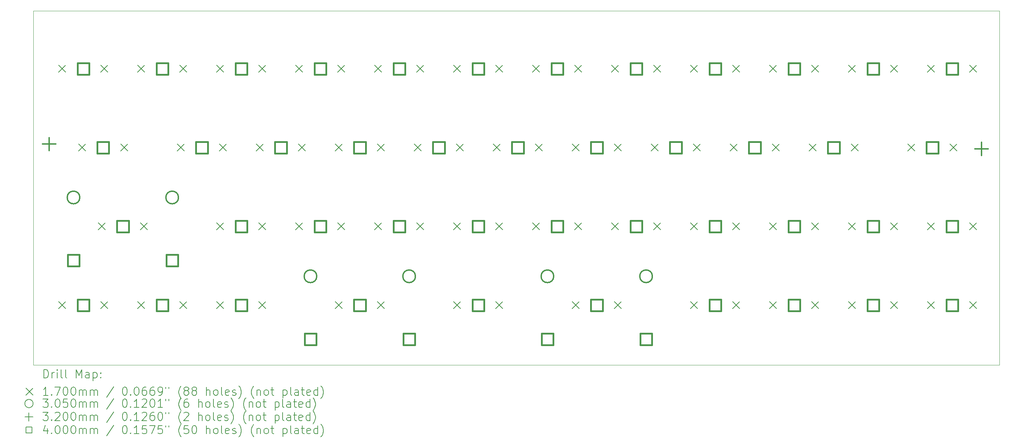
<source format=gbr>
%FSLAX45Y45*%
G04 Gerber Fmt 4.5, Leading zero omitted, Abs format (unit mm)*
G04 Created by KiCad (PCBNEW (6.0.2-0)) date 2022-03-17 22:58:47*
%MOMM*%
%LPD*%
G01*
G04 APERTURE LIST*
%TA.AperFunction,Profile*%
%ADD10C,0.050000*%
%TD*%
%ADD11C,0.200000*%
%ADD12C,0.170000*%
%ADD13C,0.305000*%
%ADD14C,0.320000*%
%ADD15C,0.400000*%
G04 APERTURE END LIST*
D10*
X9522000Y-11089000D02*
X32830000Y-11089000D01*
X32830000Y-11089000D02*
X32830000Y-19651000D01*
X32830000Y-19651000D02*
X9522000Y-19651000D01*
X9522000Y-19651000D02*
X9522000Y-11089000D01*
D11*
D12*
X10138500Y-12407000D02*
X10308500Y-12577000D01*
X10308500Y-12407000D02*
X10138500Y-12577000D01*
X10138500Y-18122000D02*
X10308500Y-18292000D01*
X10308500Y-18122000D02*
X10138500Y-18292000D01*
X10614750Y-14312000D02*
X10784750Y-14482000D01*
X10784750Y-14312000D02*
X10614750Y-14482000D01*
X11091000Y-16217000D02*
X11261000Y-16387000D01*
X11261000Y-16217000D02*
X11091000Y-16387000D01*
X11154500Y-12407000D02*
X11324500Y-12577000D01*
X11324500Y-12407000D02*
X11154500Y-12577000D01*
X11154500Y-18122000D02*
X11324500Y-18292000D01*
X11324500Y-18122000D02*
X11154500Y-18292000D01*
X11630750Y-14312000D02*
X11800750Y-14482000D01*
X11800750Y-14312000D02*
X11630750Y-14482000D01*
X12043500Y-12407000D02*
X12213500Y-12577000D01*
X12213500Y-12407000D02*
X12043500Y-12577000D01*
X12043500Y-18122000D02*
X12213500Y-18292000D01*
X12213500Y-18122000D02*
X12043500Y-18292000D01*
X12107000Y-16217000D02*
X12277000Y-16387000D01*
X12277000Y-16217000D02*
X12107000Y-16387000D01*
X12996000Y-14312000D02*
X13166000Y-14482000D01*
X13166000Y-14312000D02*
X12996000Y-14482000D01*
X13059500Y-12407000D02*
X13229500Y-12577000D01*
X13229500Y-12407000D02*
X13059500Y-12577000D01*
X13059500Y-18122000D02*
X13229500Y-18292000D01*
X13229500Y-18122000D02*
X13059500Y-18292000D01*
X13948500Y-12407000D02*
X14118500Y-12577000D01*
X14118500Y-12407000D02*
X13948500Y-12577000D01*
X13948500Y-16217000D02*
X14118500Y-16387000D01*
X14118500Y-16217000D02*
X13948500Y-16387000D01*
X13948500Y-18122000D02*
X14118500Y-18292000D01*
X14118500Y-18122000D02*
X13948500Y-18292000D01*
X14012000Y-14312000D02*
X14182000Y-14482000D01*
X14182000Y-14312000D02*
X14012000Y-14482000D01*
X14901000Y-14312000D02*
X15071000Y-14482000D01*
X15071000Y-14312000D02*
X14901000Y-14482000D01*
X14964500Y-12407000D02*
X15134500Y-12577000D01*
X15134500Y-12407000D02*
X14964500Y-12577000D01*
X14964500Y-16217000D02*
X15134500Y-16387000D01*
X15134500Y-16217000D02*
X14964500Y-16387000D01*
X14964500Y-18122000D02*
X15134500Y-18292000D01*
X15134500Y-18122000D02*
X14964500Y-18292000D01*
X15853500Y-12407000D02*
X16023500Y-12577000D01*
X16023500Y-12407000D02*
X15853500Y-12577000D01*
X15853500Y-16217000D02*
X16023500Y-16387000D01*
X16023500Y-16217000D02*
X15853500Y-16387000D01*
X15917000Y-14312000D02*
X16087000Y-14482000D01*
X16087000Y-14312000D02*
X15917000Y-14482000D01*
X16806000Y-14312000D02*
X16976000Y-14482000D01*
X16976000Y-14312000D02*
X16806000Y-14482000D01*
X16806000Y-18122000D02*
X16976000Y-18292000D01*
X16976000Y-18122000D02*
X16806000Y-18292000D01*
X16869500Y-12407000D02*
X17039500Y-12577000D01*
X17039500Y-12407000D02*
X16869500Y-12577000D01*
X16869500Y-16217000D02*
X17039500Y-16387000D01*
X17039500Y-16217000D02*
X16869500Y-16387000D01*
X17758500Y-12407000D02*
X17928500Y-12577000D01*
X17928500Y-12407000D02*
X17758500Y-12577000D01*
X17758500Y-16217000D02*
X17928500Y-16387000D01*
X17928500Y-16217000D02*
X17758500Y-16387000D01*
X17822000Y-14312000D02*
X17992000Y-14482000D01*
X17992000Y-14312000D02*
X17822000Y-14482000D01*
X17822000Y-18122000D02*
X17992000Y-18292000D01*
X17992000Y-18122000D02*
X17822000Y-18292000D01*
X18711000Y-14312000D02*
X18881000Y-14482000D01*
X18881000Y-14312000D02*
X18711000Y-14482000D01*
X18774500Y-12407000D02*
X18944500Y-12577000D01*
X18944500Y-12407000D02*
X18774500Y-12577000D01*
X18774500Y-16217000D02*
X18944500Y-16387000D01*
X18944500Y-16217000D02*
X18774500Y-16387000D01*
X19663500Y-12407000D02*
X19833500Y-12577000D01*
X19833500Y-12407000D02*
X19663500Y-12577000D01*
X19663500Y-16217000D02*
X19833500Y-16387000D01*
X19833500Y-16217000D02*
X19663500Y-16387000D01*
X19663500Y-18122000D02*
X19833500Y-18292000D01*
X19833500Y-18122000D02*
X19663500Y-18292000D01*
X19727000Y-14312000D02*
X19897000Y-14482000D01*
X19897000Y-14312000D02*
X19727000Y-14482000D01*
X20616000Y-14312000D02*
X20786000Y-14482000D01*
X20786000Y-14312000D02*
X20616000Y-14482000D01*
X20679500Y-12407000D02*
X20849500Y-12577000D01*
X20849500Y-12407000D02*
X20679500Y-12577000D01*
X20679500Y-16217000D02*
X20849500Y-16387000D01*
X20849500Y-16217000D02*
X20679500Y-16387000D01*
X20679500Y-18122000D02*
X20849500Y-18292000D01*
X20849500Y-18122000D02*
X20679500Y-18292000D01*
X21568500Y-12407000D02*
X21738500Y-12577000D01*
X21738500Y-12407000D02*
X21568500Y-12577000D01*
X21568500Y-16217000D02*
X21738500Y-16387000D01*
X21738500Y-16217000D02*
X21568500Y-16387000D01*
X21632000Y-14312000D02*
X21802000Y-14482000D01*
X21802000Y-14312000D02*
X21632000Y-14482000D01*
X22521000Y-14312000D02*
X22691000Y-14482000D01*
X22691000Y-14312000D02*
X22521000Y-14482000D01*
X22521000Y-18122000D02*
X22691000Y-18292000D01*
X22691000Y-18122000D02*
X22521000Y-18292000D01*
X22584500Y-12407000D02*
X22754500Y-12577000D01*
X22754500Y-12407000D02*
X22584500Y-12577000D01*
X22584500Y-16217000D02*
X22754500Y-16387000D01*
X22754500Y-16217000D02*
X22584500Y-16387000D01*
X23473500Y-12407000D02*
X23643500Y-12577000D01*
X23643500Y-12407000D02*
X23473500Y-12577000D01*
X23473500Y-16217000D02*
X23643500Y-16387000D01*
X23643500Y-16217000D02*
X23473500Y-16387000D01*
X23537000Y-14312000D02*
X23707000Y-14482000D01*
X23707000Y-14312000D02*
X23537000Y-14482000D01*
X23537000Y-18122000D02*
X23707000Y-18292000D01*
X23707000Y-18122000D02*
X23537000Y-18292000D01*
X24426000Y-14312000D02*
X24596000Y-14482000D01*
X24596000Y-14312000D02*
X24426000Y-14482000D01*
X24489500Y-12407000D02*
X24659500Y-12577000D01*
X24659500Y-12407000D02*
X24489500Y-12577000D01*
X24489500Y-16217000D02*
X24659500Y-16387000D01*
X24659500Y-16217000D02*
X24489500Y-16387000D01*
X25378500Y-12407000D02*
X25548500Y-12577000D01*
X25548500Y-12407000D02*
X25378500Y-12577000D01*
X25378500Y-16217000D02*
X25548500Y-16387000D01*
X25548500Y-16217000D02*
X25378500Y-16387000D01*
X25378500Y-18122000D02*
X25548500Y-18292000D01*
X25548500Y-18122000D02*
X25378500Y-18292000D01*
X25442000Y-14312000D02*
X25612000Y-14482000D01*
X25612000Y-14312000D02*
X25442000Y-14482000D01*
X26331000Y-14312000D02*
X26501000Y-14482000D01*
X26501000Y-14312000D02*
X26331000Y-14482000D01*
X26394500Y-12407000D02*
X26564500Y-12577000D01*
X26564500Y-12407000D02*
X26394500Y-12577000D01*
X26394500Y-16217000D02*
X26564500Y-16387000D01*
X26564500Y-16217000D02*
X26394500Y-16387000D01*
X26394500Y-18122000D02*
X26564500Y-18292000D01*
X26564500Y-18122000D02*
X26394500Y-18292000D01*
X27283500Y-12407000D02*
X27453500Y-12577000D01*
X27453500Y-12407000D02*
X27283500Y-12577000D01*
X27283500Y-16217000D02*
X27453500Y-16387000D01*
X27453500Y-16217000D02*
X27283500Y-16387000D01*
X27283500Y-18122000D02*
X27453500Y-18292000D01*
X27453500Y-18122000D02*
X27283500Y-18292000D01*
X27347000Y-14312000D02*
X27517000Y-14482000D01*
X27517000Y-14312000D02*
X27347000Y-14482000D01*
X28236000Y-14312000D02*
X28406000Y-14482000D01*
X28406000Y-14312000D02*
X28236000Y-14482000D01*
X28299500Y-12407000D02*
X28469500Y-12577000D01*
X28469500Y-12407000D02*
X28299500Y-12577000D01*
X28299500Y-16217000D02*
X28469500Y-16387000D01*
X28469500Y-16217000D02*
X28299500Y-16387000D01*
X28299500Y-18122000D02*
X28469500Y-18292000D01*
X28469500Y-18122000D02*
X28299500Y-18292000D01*
X29188500Y-12407000D02*
X29358500Y-12577000D01*
X29358500Y-12407000D02*
X29188500Y-12577000D01*
X29188500Y-16217000D02*
X29358500Y-16387000D01*
X29358500Y-16217000D02*
X29188500Y-16387000D01*
X29188500Y-18122000D02*
X29358500Y-18292000D01*
X29358500Y-18122000D02*
X29188500Y-18292000D01*
X29252000Y-14312000D02*
X29422000Y-14482000D01*
X29422000Y-14312000D02*
X29252000Y-14482000D01*
X30204500Y-12407000D02*
X30374500Y-12577000D01*
X30374500Y-12407000D02*
X30204500Y-12577000D01*
X30204500Y-16217000D02*
X30374500Y-16387000D01*
X30374500Y-16217000D02*
X30204500Y-16387000D01*
X30204500Y-18122000D02*
X30374500Y-18292000D01*
X30374500Y-18122000D02*
X30204500Y-18292000D01*
X30617250Y-14312000D02*
X30787250Y-14482000D01*
X30787250Y-14312000D02*
X30617250Y-14482000D01*
X31093500Y-12407000D02*
X31263500Y-12577000D01*
X31263500Y-12407000D02*
X31093500Y-12577000D01*
X31093500Y-16217000D02*
X31263500Y-16387000D01*
X31263500Y-16217000D02*
X31093500Y-16387000D01*
X31093500Y-18122000D02*
X31263500Y-18292000D01*
X31263500Y-18122000D02*
X31093500Y-18292000D01*
X31633250Y-14312000D02*
X31803250Y-14482000D01*
X31803250Y-14312000D02*
X31633250Y-14482000D01*
X32109500Y-12407000D02*
X32279500Y-12577000D01*
X32279500Y-12407000D02*
X32109500Y-12577000D01*
X32109500Y-16217000D02*
X32279500Y-16387000D01*
X32279500Y-16217000D02*
X32109500Y-16387000D01*
X32109500Y-18122000D02*
X32279500Y-18292000D01*
X32279500Y-18122000D02*
X32109500Y-18292000D01*
D13*
X10646500Y-15602000D02*
G75*
G03*
X10646500Y-15602000I-152500J0D01*
G01*
X13026500Y-15602000D02*
G75*
G03*
X13026500Y-15602000I-152500J0D01*
G01*
X16361500Y-17507000D02*
G75*
G03*
X16361500Y-17507000I-152500J0D01*
G01*
X18741500Y-17507000D02*
G75*
G03*
X18741500Y-17507000I-152500J0D01*
G01*
X22076500Y-17507000D02*
G75*
G03*
X22076500Y-17507000I-152500J0D01*
G01*
X24456500Y-17507000D02*
G75*
G03*
X24456500Y-17507000I-152500J0D01*
G01*
D14*
X9907000Y-14153000D02*
X9907000Y-14473000D01*
X9747000Y-14313000D02*
X10067000Y-14313000D01*
X32395000Y-14268000D02*
X32395000Y-14588000D01*
X32235000Y-14428000D02*
X32555000Y-14428000D01*
D15*
X10635423Y-17267423D02*
X10635423Y-16984577D01*
X10352577Y-16984577D01*
X10352577Y-17267423D01*
X10635423Y-17267423D01*
X10872923Y-12633423D02*
X10872923Y-12350577D01*
X10590077Y-12350577D01*
X10590077Y-12633423D01*
X10872923Y-12633423D01*
X10872923Y-18348423D02*
X10872923Y-18065577D01*
X10590077Y-18065577D01*
X10590077Y-18348423D01*
X10872923Y-18348423D01*
X11349173Y-14538423D02*
X11349173Y-14255577D01*
X11066327Y-14255577D01*
X11066327Y-14538423D01*
X11349173Y-14538423D01*
X11825423Y-16443423D02*
X11825423Y-16160577D01*
X11542577Y-16160577D01*
X11542577Y-16443423D01*
X11825423Y-16443423D01*
X12777923Y-12633423D02*
X12777923Y-12350577D01*
X12495077Y-12350577D01*
X12495077Y-12633423D01*
X12777923Y-12633423D01*
X12777923Y-18348423D02*
X12777923Y-18065577D01*
X12495077Y-18065577D01*
X12495077Y-18348423D01*
X12777923Y-18348423D01*
X13015423Y-17267423D02*
X13015423Y-16984577D01*
X12732577Y-16984577D01*
X12732577Y-17267423D01*
X13015423Y-17267423D01*
X13730423Y-14538423D02*
X13730423Y-14255577D01*
X13447577Y-14255577D01*
X13447577Y-14538423D01*
X13730423Y-14538423D01*
X14682923Y-12633423D02*
X14682923Y-12350577D01*
X14400077Y-12350577D01*
X14400077Y-12633423D01*
X14682923Y-12633423D01*
X14682923Y-16443423D02*
X14682923Y-16160577D01*
X14400077Y-16160577D01*
X14400077Y-16443423D01*
X14682923Y-16443423D01*
X14682923Y-18348423D02*
X14682923Y-18065577D01*
X14400077Y-18065577D01*
X14400077Y-18348423D01*
X14682923Y-18348423D01*
X15635423Y-14538423D02*
X15635423Y-14255577D01*
X15352577Y-14255577D01*
X15352577Y-14538423D01*
X15635423Y-14538423D01*
X16350423Y-19172423D02*
X16350423Y-18889577D01*
X16067577Y-18889577D01*
X16067577Y-19172423D01*
X16350423Y-19172423D01*
X16587923Y-12633423D02*
X16587923Y-12350577D01*
X16305077Y-12350577D01*
X16305077Y-12633423D01*
X16587923Y-12633423D01*
X16587923Y-16443423D02*
X16587923Y-16160577D01*
X16305077Y-16160577D01*
X16305077Y-16443423D01*
X16587923Y-16443423D01*
X17540423Y-14538423D02*
X17540423Y-14255577D01*
X17257577Y-14255577D01*
X17257577Y-14538423D01*
X17540423Y-14538423D01*
X17540423Y-18348423D02*
X17540423Y-18065577D01*
X17257577Y-18065577D01*
X17257577Y-18348423D01*
X17540423Y-18348423D01*
X18492923Y-12633423D02*
X18492923Y-12350577D01*
X18210077Y-12350577D01*
X18210077Y-12633423D01*
X18492923Y-12633423D01*
X18492923Y-16443423D02*
X18492923Y-16160577D01*
X18210077Y-16160577D01*
X18210077Y-16443423D01*
X18492923Y-16443423D01*
X18730423Y-19172423D02*
X18730423Y-18889577D01*
X18447577Y-18889577D01*
X18447577Y-19172423D01*
X18730423Y-19172423D01*
X19445423Y-14538423D02*
X19445423Y-14255577D01*
X19162577Y-14255577D01*
X19162577Y-14538423D01*
X19445423Y-14538423D01*
X20397923Y-12633423D02*
X20397923Y-12350577D01*
X20115077Y-12350577D01*
X20115077Y-12633423D01*
X20397923Y-12633423D01*
X20397923Y-16443423D02*
X20397923Y-16160577D01*
X20115077Y-16160577D01*
X20115077Y-16443423D01*
X20397923Y-16443423D01*
X20397923Y-18348423D02*
X20397923Y-18065577D01*
X20115077Y-18065577D01*
X20115077Y-18348423D01*
X20397923Y-18348423D01*
X21350423Y-14538423D02*
X21350423Y-14255577D01*
X21067577Y-14255577D01*
X21067577Y-14538423D01*
X21350423Y-14538423D01*
X22065423Y-19172423D02*
X22065423Y-18889577D01*
X21782577Y-18889577D01*
X21782577Y-19172423D01*
X22065423Y-19172423D01*
X22302923Y-12633423D02*
X22302923Y-12350577D01*
X22020077Y-12350577D01*
X22020077Y-12633423D01*
X22302923Y-12633423D01*
X22302923Y-16443423D02*
X22302923Y-16160577D01*
X22020077Y-16160577D01*
X22020077Y-16443423D01*
X22302923Y-16443423D01*
X23255423Y-14538423D02*
X23255423Y-14255577D01*
X22972577Y-14255577D01*
X22972577Y-14538423D01*
X23255423Y-14538423D01*
X23255423Y-18348423D02*
X23255423Y-18065577D01*
X22972577Y-18065577D01*
X22972577Y-18348423D01*
X23255423Y-18348423D01*
X24207923Y-12633423D02*
X24207923Y-12350577D01*
X23925077Y-12350577D01*
X23925077Y-12633423D01*
X24207923Y-12633423D01*
X24207923Y-16443423D02*
X24207923Y-16160577D01*
X23925077Y-16160577D01*
X23925077Y-16443423D01*
X24207923Y-16443423D01*
X24445423Y-19172423D02*
X24445423Y-18889577D01*
X24162577Y-18889577D01*
X24162577Y-19172423D01*
X24445423Y-19172423D01*
X25160423Y-14538423D02*
X25160423Y-14255577D01*
X24877577Y-14255577D01*
X24877577Y-14538423D01*
X25160423Y-14538423D01*
X26112923Y-12633423D02*
X26112923Y-12350577D01*
X25830077Y-12350577D01*
X25830077Y-12633423D01*
X26112923Y-12633423D01*
X26112923Y-16443423D02*
X26112923Y-16160577D01*
X25830077Y-16160577D01*
X25830077Y-16443423D01*
X26112923Y-16443423D01*
X26112923Y-18348423D02*
X26112923Y-18065577D01*
X25830077Y-18065577D01*
X25830077Y-18348423D01*
X26112923Y-18348423D01*
X27065423Y-14538423D02*
X27065423Y-14255577D01*
X26782577Y-14255577D01*
X26782577Y-14538423D01*
X27065423Y-14538423D01*
X28017923Y-12633423D02*
X28017923Y-12350577D01*
X27735077Y-12350577D01*
X27735077Y-12633423D01*
X28017923Y-12633423D01*
X28017923Y-16443423D02*
X28017923Y-16160577D01*
X27735077Y-16160577D01*
X27735077Y-16443423D01*
X28017923Y-16443423D01*
X28017923Y-18348423D02*
X28017923Y-18065577D01*
X27735077Y-18065577D01*
X27735077Y-18348423D01*
X28017923Y-18348423D01*
X28970423Y-14538423D02*
X28970423Y-14255577D01*
X28687577Y-14255577D01*
X28687577Y-14538423D01*
X28970423Y-14538423D01*
X29922923Y-12633423D02*
X29922923Y-12350577D01*
X29640077Y-12350577D01*
X29640077Y-12633423D01*
X29922923Y-12633423D01*
X29922923Y-16443423D02*
X29922923Y-16160577D01*
X29640077Y-16160577D01*
X29640077Y-16443423D01*
X29922923Y-16443423D01*
X29922923Y-18348423D02*
X29922923Y-18065577D01*
X29640077Y-18065577D01*
X29640077Y-18348423D01*
X29922923Y-18348423D01*
X31351673Y-14538423D02*
X31351673Y-14255577D01*
X31068827Y-14255577D01*
X31068827Y-14538423D01*
X31351673Y-14538423D01*
X31827923Y-12633423D02*
X31827923Y-12350577D01*
X31545077Y-12350577D01*
X31545077Y-12633423D01*
X31827923Y-12633423D01*
X31827923Y-16443423D02*
X31827923Y-16160577D01*
X31545077Y-16160577D01*
X31545077Y-16443423D01*
X31827923Y-16443423D01*
X31827923Y-18348423D02*
X31827923Y-18065577D01*
X31545077Y-18065577D01*
X31545077Y-18348423D01*
X31827923Y-18348423D01*
D11*
X9777119Y-19963976D02*
X9777119Y-19763976D01*
X9824738Y-19763976D01*
X9853310Y-19773500D01*
X9872357Y-19792548D01*
X9881881Y-19811595D01*
X9891405Y-19849690D01*
X9891405Y-19878262D01*
X9881881Y-19916357D01*
X9872357Y-19935405D01*
X9853310Y-19954452D01*
X9824738Y-19963976D01*
X9777119Y-19963976D01*
X9977119Y-19963976D02*
X9977119Y-19830643D01*
X9977119Y-19868738D02*
X9986643Y-19849690D01*
X9996167Y-19840167D01*
X10015214Y-19830643D01*
X10034262Y-19830643D01*
X10100929Y-19963976D02*
X10100929Y-19830643D01*
X10100929Y-19763976D02*
X10091405Y-19773500D01*
X10100929Y-19783024D01*
X10110452Y-19773500D01*
X10100929Y-19763976D01*
X10100929Y-19783024D01*
X10224738Y-19963976D02*
X10205690Y-19954452D01*
X10196167Y-19935405D01*
X10196167Y-19763976D01*
X10329500Y-19963976D02*
X10310452Y-19954452D01*
X10300929Y-19935405D01*
X10300929Y-19763976D01*
X10558071Y-19963976D02*
X10558071Y-19763976D01*
X10624738Y-19906833D01*
X10691405Y-19763976D01*
X10691405Y-19963976D01*
X10872357Y-19963976D02*
X10872357Y-19859214D01*
X10862833Y-19840167D01*
X10843786Y-19830643D01*
X10805690Y-19830643D01*
X10786643Y-19840167D01*
X10872357Y-19954452D02*
X10853310Y-19963976D01*
X10805690Y-19963976D01*
X10786643Y-19954452D01*
X10777119Y-19935405D01*
X10777119Y-19916357D01*
X10786643Y-19897310D01*
X10805690Y-19887786D01*
X10853310Y-19887786D01*
X10872357Y-19878262D01*
X10967595Y-19830643D02*
X10967595Y-20030643D01*
X10967595Y-19840167D02*
X10986643Y-19830643D01*
X11024738Y-19830643D01*
X11043786Y-19840167D01*
X11053310Y-19849690D01*
X11062833Y-19868738D01*
X11062833Y-19925881D01*
X11053310Y-19944929D01*
X11043786Y-19954452D01*
X11024738Y-19963976D01*
X10986643Y-19963976D01*
X10967595Y-19954452D01*
X11148548Y-19944929D02*
X11158071Y-19954452D01*
X11148548Y-19963976D01*
X11139024Y-19954452D01*
X11148548Y-19944929D01*
X11148548Y-19963976D01*
X11148548Y-19840167D02*
X11158071Y-19849690D01*
X11148548Y-19859214D01*
X11139024Y-19849690D01*
X11148548Y-19840167D01*
X11148548Y-19859214D01*
D12*
X9349500Y-20208500D02*
X9519500Y-20378500D01*
X9519500Y-20208500D02*
X9349500Y-20378500D01*
D11*
X9881881Y-20383976D02*
X9767595Y-20383976D01*
X9824738Y-20383976D02*
X9824738Y-20183976D01*
X9805690Y-20212548D01*
X9786643Y-20231595D01*
X9767595Y-20241119D01*
X9967595Y-20364929D02*
X9977119Y-20374452D01*
X9967595Y-20383976D01*
X9958071Y-20374452D01*
X9967595Y-20364929D01*
X9967595Y-20383976D01*
X10043786Y-20183976D02*
X10177119Y-20183976D01*
X10091405Y-20383976D01*
X10291405Y-20183976D02*
X10310452Y-20183976D01*
X10329500Y-20193500D01*
X10339024Y-20203024D01*
X10348548Y-20222071D01*
X10358071Y-20260167D01*
X10358071Y-20307786D01*
X10348548Y-20345881D01*
X10339024Y-20364929D01*
X10329500Y-20374452D01*
X10310452Y-20383976D01*
X10291405Y-20383976D01*
X10272357Y-20374452D01*
X10262833Y-20364929D01*
X10253310Y-20345881D01*
X10243786Y-20307786D01*
X10243786Y-20260167D01*
X10253310Y-20222071D01*
X10262833Y-20203024D01*
X10272357Y-20193500D01*
X10291405Y-20183976D01*
X10481881Y-20183976D02*
X10500929Y-20183976D01*
X10519976Y-20193500D01*
X10529500Y-20203024D01*
X10539024Y-20222071D01*
X10548548Y-20260167D01*
X10548548Y-20307786D01*
X10539024Y-20345881D01*
X10529500Y-20364929D01*
X10519976Y-20374452D01*
X10500929Y-20383976D01*
X10481881Y-20383976D01*
X10462833Y-20374452D01*
X10453310Y-20364929D01*
X10443786Y-20345881D01*
X10434262Y-20307786D01*
X10434262Y-20260167D01*
X10443786Y-20222071D01*
X10453310Y-20203024D01*
X10462833Y-20193500D01*
X10481881Y-20183976D01*
X10634262Y-20383976D02*
X10634262Y-20250643D01*
X10634262Y-20269690D02*
X10643786Y-20260167D01*
X10662833Y-20250643D01*
X10691405Y-20250643D01*
X10710452Y-20260167D01*
X10719976Y-20279214D01*
X10719976Y-20383976D01*
X10719976Y-20279214D02*
X10729500Y-20260167D01*
X10748548Y-20250643D01*
X10777119Y-20250643D01*
X10796167Y-20260167D01*
X10805690Y-20279214D01*
X10805690Y-20383976D01*
X10900929Y-20383976D02*
X10900929Y-20250643D01*
X10900929Y-20269690D02*
X10910452Y-20260167D01*
X10929500Y-20250643D01*
X10958071Y-20250643D01*
X10977119Y-20260167D01*
X10986643Y-20279214D01*
X10986643Y-20383976D01*
X10986643Y-20279214D02*
X10996167Y-20260167D01*
X11015214Y-20250643D01*
X11043786Y-20250643D01*
X11062833Y-20260167D01*
X11072357Y-20279214D01*
X11072357Y-20383976D01*
X11462833Y-20174452D02*
X11291405Y-20431595D01*
X11719976Y-20183976D02*
X11739024Y-20183976D01*
X11758071Y-20193500D01*
X11767595Y-20203024D01*
X11777119Y-20222071D01*
X11786643Y-20260167D01*
X11786643Y-20307786D01*
X11777119Y-20345881D01*
X11767595Y-20364929D01*
X11758071Y-20374452D01*
X11739024Y-20383976D01*
X11719976Y-20383976D01*
X11700928Y-20374452D01*
X11691405Y-20364929D01*
X11681881Y-20345881D01*
X11672357Y-20307786D01*
X11672357Y-20260167D01*
X11681881Y-20222071D01*
X11691405Y-20203024D01*
X11700928Y-20193500D01*
X11719976Y-20183976D01*
X11872357Y-20364929D02*
X11881881Y-20374452D01*
X11872357Y-20383976D01*
X11862833Y-20374452D01*
X11872357Y-20364929D01*
X11872357Y-20383976D01*
X12005690Y-20183976D02*
X12024738Y-20183976D01*
X12043786Y-20193500D01*
X12053309Y-20203024D01*
X12062833Y-20222071D01*
X12072357Y-20260167D01*
X12072357Y-20307786D01*
X12062833Y-20345881D01*
X12053309Y-20364929D01*
X12043786Y-20374452D01*
X12024738Y-20383976D01*
X12005690Y-20383976D01*
X11986643Y-20374452D01*
X11977119Y-20364929D01*
X11967595Y-20345881D01*
X11958071Y-20307786D01*
X11958071Y-20260167D01*
X11967595Y-20222071D01*
X11977119Y-20203024D01*
X11986643Y-20193500D01*
X12005690Y-20183976D01*
X12243786Y-20183976D02*
X12205690Y-20183976D01*
X12186643Y-20193500D01*
X12177119Y-20203024D01*
X12158071Y-20231595D01*
X12148548Y-20269690D01*
X12148548Y-20345881D01*
X12158071Y-20364929D01*
X12167595Y-20374452D01*
X12186643Y-20383976D01*
X12224738Y-20383976D01*
X12243786Y-20374452D01*
X12253309Y-20364929D01*
X12262833Y-20345881D01*
X12262833Y-20298262D01*
X12253309Y-20279214D01*
X12243786Y-20269690D01*
X12224738Y-20260167D01*
X12186643Y-20260167D01*
X12167595Y-20269690D01*
X12158071Y-20279214D01*
X12148548Y-20298262D01*
X12434262Y-20183976D02*
X12396167Y-20183976D01*
X12377119Y-20193500D01*
X12367595Y-20203024D01*
X12348548Y-20231595D01*
X12339024Y-20269690D01*
X12339024Y-20345881D01*
X12348548Y-20364929D01*
X12358071Y-20374452D01*
X12377119Y-20383976D01*
X12415214Y-20383976D01*
X12434262Y-20374452D01*
X12443786Y-20364929D01*
X12453309Y-20345881D01*
X12453309Y-20298262D01*
X12443786Y-20279214D01*
X12434262Y-20269690D01*
X12415214Y-20260167D01*
X12377119Y-20260167D01*
X12358071Y-20269690D01*
X12348548Y-20279214D01*
X12339024Y-20298262D01*
X12548548Y-20383976D02*
X12586643Y-20383976D01*
X12605690Y-20374452D01*
X12615214Y-20364929D01*
X12634262Y-20336357D01*
X12643786Y-20298262D01*
X12643786Y-20222071D01*
X12634262Y-20203024D01*
X12624738Y-20193500D01*
X12605690Y-20183976D01*
X12567595Y-20183976D01*
X12548548Y-20193500D01*
X12539024Y-20203024D01*
X12529500Y-20222071D01*
X12529500Y-20269690D01*
X12539024Y-20288738D01*
X12548548Y-20298262D01*
X12567595Y-20307786D01*
X12605690Y-20307786D01*
X12624738Y-20298262D01*
X12634262Y-20288738D01*
X12643786Y-20269690D01*
X12719976Y-20183976D02*
X12719976Y-20222071D01*
X12796167Y-20183976D02*
X12796167Y-20222071D01*
X13091405Y-20460167D02*
X13081881Y-20450643D01*
X13062833Y-20422071D01*
X13053309Y-20403024D01*
X13043786Y-20374452D01*
X13034262Y-20326833D01*
X13034262Y-20288738D01*
X13043786Y-20241119D01*
X13053309Y-20212548D01*
X13062833Y-20193500D01*
X13081881Y-20164929D01*
X13091405Y-20155405D01*
X13196167Y-20269690D02*
X13177119Y-20260167D01*
X13167595Y-20250643D01*
X13158071Y-20231595D01*
X13158071Y-20222071D01*
X13167595Y-20203024D01*
X13177119Y-20193500D01*
X13196167Y-20183976D01*
X13234262Y-20183976D01*
X13253309Y-20193500D01*
X13262833Y-20203024D01*
X13272357Y-20222071D01*
X13272357Y-20231595D01*
X13262833Y-20250643D01*
X13253309Y-20260167D01*
X13234262Y-20269690D01*
X13196167Y-20269690D01*
X13177119Y-20279214D01*
X13167595Y-20288738D01*
X13158071Y-20307786D01*
X13158071Y-20345881D01*
X13167595Y-20364929D01*
X13177119Y-20374452D01*
X13196167Y-20383976D01*
X13234262Y-20383976D01*
X13253309Y-20374452D01*
X13262833Y-20364929D01*
X13272357Y-20345881D01*
X13272357Y-20307786D01*
X13262833Y-20288738D01*
X13253309Y-20279214D01*
X13234262Y-20269690D01*
X13386643Y-20269690D02*
X13367595Y-20260167D01*
X13358071Y-20250643D01*
X13348548Y-20231595D01*
X13348548Y-20222071D01*
X13358071Y-20203024D01*
X13367595Y-20193500D01*
X13386643Y-20183976D01*
X13424738Y-20183976D01*
X13443786Y-20193500D01*
X13453309Y-20203024D01*
X13462833Y-20222071D01*
X13462833Y-20231595D01*
X13453309Y-20250643D01*
X13443786Y-20260167D01*
X13424738Y-20269690D01*
X13386643Y-20269690D01*
X13367595Y-20279214D01*
X13358071Y-20288738D01*
X13348548Y-20307786D01*
X13348548Y-20345881D01*
X13358071Y-20364929D01*
X13367595Y-20374452D01*
X13386643Y-20383976D01*
X13424738Y-20383976D01*
X13443786Y-20374452D01*
X13453309Y-20364929D01*
X13462833Y-20345881D01*
X13462833Y-20307786D01*
X13453309Y-20288738D01*
X13443786Y-20279214D01*
X13424738Y-20269690D01*
X13700928Y-20383976D02*
X13700928Y-20183976D01*
X13786643Y-20383976D02*
X13786643Y-20279214D01*
X13777119Y-20260167D01*
X13758071Y-20250643D01*
X13729500Y-20250643D01*
X13710452Y-20260167D01*
X13700928Y-20269690D01*
X13910452Y-20383976D02*
X13891405Y-20374452D01*
X13881881Y-20364929D01*
X13872357Y-20345881D01*
X13872357Y-20288738D01*
X13881881Y-20269690D01*
X13891405Y-20260167D01*
X13910452Y-20250643D01*
X13939024Y-20250643D01*
X13958071Y-20260167D01*
X13967595Y-20269690D01*
X13977119Y-20288738D01*
X13977119Y-20345881D01*
X13967595Y-20364929D01*
X13958071Y-20374452D01*
X13939024Y-20383976D01*
X13910452Y-20383976D01*
X14091405Y-20383976D02*
X14072357Y-20374452D01*
X14062833Y-20355405D01*
X14062833Y-20183976D01*
X14243786Y-20374452D02*
X14224738Y-20383976D01*
X14186643Y-20383976D01*
X14167595Y-20374452D01*
X14158071Y-20355405D01*
X14158071Y-20279214D01*
X14167595Y-20260167D01*
X14186643Y-20250643D01*
X14224738Y-20250643D01*
X14243786Y-20260167D01*
X14253309Y-20279214D01*
X14253309Y-20298262D01*
X14158071Y-20317310D01*
X14329500Y-20374452D02*
X14348548Y-20383976D01*
X14386643Y-20383976D01*
X14405690Y-20374452D01*
X14415214Y-20355405D01*
X14415214Y-20345881D01*
X14405690Y-20326833D01*
X14386643Y-20317310D01*
X14358071Y-20317310D01*
X14339024Y-20307786D01*
X14329500Y-20288738D01*
X14329500Y-20279214D01*
X14339024Y-20260167D01*
X14358071Y-20250643D01*
X14386643Y-20250643D01*
X14405690Y-20260167D01*
X14481881Y-20460167D02*
X14491405Y-20450643D01*
X14510452Y-20422071D01*
X14519976Y-20403024D01*
X14529500Y-20374452D01*
X14539024Y-20326833D01*
X14539024Y-20288738D01*
X14529500Y-20241119D01*
X14519976Y-20212548D01*
X14510452Y-20193500D01*
X14491405Y-20164929D01*
X14481881Y-20155405D01*
X14843786Y-20460167D02*
X14834262Y-20450643D01*
X14815214Y-20422071D01*
X14805690Y-20403024D01*
X14796167Y-20374452D01*
X14786643Y-20326833D01*
X14786643Y-20288738D01*
X14796167Y-20241119D01*
X14805690Y-20212548D01*
X14815214Y-20193500D01*
X14834262Y-20164929D01*
X14843786Y-20155405D01*
X14919976Y-20250643D02*
X14919976Y-20383976D01*
X14919976Y-20269690D02*
X14929500Y-20260167D01*
X14948548Y-20250643D01*
X14977119Y-20250643D01*
X14996167Y-20260167D01*
X15005690Y-20279214D01*
X15005690Y-20383976D01*
X15129500Y-20383976D02*
X15110452Y-20374452D01*
X15100928Y-20364929D01*
X15091405Y-20345881D01*
X15091405Y-20288738D01*
X15100928Y-20269690D01*
X15110452Y-20260167D01*
X15129500Y-20250643D01*
X15158071Y-20250643D01*
X15177119Y-20260167D01*
X15186643Y-20269690D01*
X15196167Y-20288738D01*
X15196167Y-20345881D01*
X15186643Y-20364929D01*
X15177119Y-20374452D01*
X15158071Y-20383976D01*
X15129500Y-20383976D01*
X15253309Y-20250643D02*
X15329500Y-20250643D01*
X15281881Y-20183976D02*
X15281881Y-20355405D01*
X15291405Y-20374452D01*
X15310452Y-20383976D01*
X15329500Y-20383976D01*
X15548548Y-20250643D02*
X15548548Y-20450643D01*
X15548548Y-20260167D02*
X15567595Y-20250643D01*
X15605690Y-20250643D01*
X15624738Y-20260167D01*
X15634262Y-20269690D01*
X15643786Y-20288738D01*
X15643786Y-20345881D01*
X15634262Y-20364929D01*
X15624738Y-20374452D01*
X15605690Y-20383976D01*
X15567595Y-20383976D01*
X15548548Y-20374452D01*
X15758071Y-20383976D02*
X15739024Y-20374452D01*
X15729500Y-20355405D01*
X15729500Y-20183976D01*
X15919976Y-20383976D02*
X15919976Y-20279214D01*
X15910452Y-20260167D01*
X15891405Y-20250643D01*
X15853309Y-20250643D01*
X15834262Y-20260167D01*
X15919976Y-20374452D02*
X15900928Y-20383976D01*
X15853309Y-20383976D01*
X15834262Y-20374452D01*
X15824738Y-20355405D01*
X15824738Y-20336357D01*
X15834262Y-20317310D01*
X15853309Y-20307786D01*
X15900928Y-20307786D01*
X15919976Y-20298262D01*
X15986643Y-20250643D02*
X16062833Y-20250643D01*
X16015214Y-20183976D02*
X16015214Y-20355405D01*
X16024738Y-20374452D01*
X16043786Y-20383976D01*
X16062833Y-20383976D01*
X16205690Y-20374452D02*
X16186643Y-20383976D01*
X16148548Y-20383976D01*
X16129500Y-20374452D01*
X16119976Y-20355405D01*
X16119976Y-20279214D01*
X16129500Y-20260167D01*
X16148548Y-20250643D01*
X16186643Y-20250643D01*
X16205690Y-20260167D01*
X16215214Y-20279214D01*
X16215214Y-20298262D01*
X16119976Y-20317310D01*
X16386643Y-20383976D02*
X16386643Y-20183976D01*
X16386643Y-20374452D02*
X16367595Y-20383976D01*
X16329500Y-20383976D01*
X16310452Y-20374452D01*
X16300928Y-20364929D01*
X16291405Y-20345881D01*
X16291405Y-20288738D01*
X16300928Y-20269690D01*
X16310452Y-20260167D01*
X16329500Y-20250643D01*
X16367595Y-20250643D01*
X16386643Y-20260167D01*
X16462833Y-20460167D02*
X16472357Y-20450643D01*
X16491405Y-20422071D01*
X16500928Y-20403024D01*
X16510452Y-20374452D01*
X16519976Y-20326833D01*
X16519976Y-20288738D01*
X16510452Y-20241119D01*
X16500928Y-20212548D01*
X16491405Y-20193500D01*
X16472357Y-20164929D01*
X16462833Y-20155405D01*
X9519500Y-20583500D02*
G75*
G03*
X9519500Y-20583500I-100000J0D01*
G01*
X9758071Y-20473976D02*
X9881881Y-20473976D01*
X9815214Y-20550167D01*
X9843786Y-20550167D01*
X9862833Y-20559690D01*
X9872357Y-20569214D01*
X9881881Y-20588262D01*
X9881881Y-20635881D01*
X9872357Y-20654929D01*
X9862833Y-20664452D01*
X9843786Y-20673976D01*
X9786643Y-20673976D01*
X9767595Y-20664452D01*
X9758071Y-20654929D01*
X9967595Y-20654929D02*
X9977119Y-20664452D01*
X9967595Y-20673976D01*
X9958071Y-20664452D01*
X9967595Y-20654929D01*
X9967595Y-20673976D01*
X10100929Y-20473976D02*
X10119976Y-20473976D01*
X10139024Y-20483500D01*
X10148548Y-20493024D01*
X10158071Y-20512071D01*
X10167595Y-20550167D01*
X10167595Y-20597786D01*
X10158071Y-20635881D01*
X10148548Y-20654929D01*
X10139024Y-20664452D01*
X10119976Y-20673976D01*
X10100929Y-20673976D01*
X10081881Y-20664452D01*
X10072357Y-20654929D01*
X10062833Y-20635881D01*
X10053310Y-20597786D01*
X10053310Y-20550167D01*
X10062833Y-20512071D01*
X10072357Y-20493024D01*
X10081881Y-20483500D01*
X10100929Y-20473976D01*
X10348548Y-20473976D02*
X10253310Y-20473976D01*
X10243786Y-20569214D01*
X10253310Y-20559690D01*
X10272357Y-20550167D01*
X10319976Y-20550167D01*
X10339024Y-20559690D01*
X10348548Y-20569214D01*
X10358071Y-20588262D01*
X10358071Y-20635881D01*
X10348548Y-20654929D01*
X10339024Y-20664452D01*
X10319976Y-20673976D01*
X10272357Y-20673976D01*
X10253310Y-20664452D01*
X10243786Y-20654929D01*
X10481881Y-20473976D02*
X10500929Y-20473976D01*
X10519976Y-20483500D01*
X10529500Y-20493024D01*
X10539024Y-20512071D01*
X10548548Y-20550167D01*
X10548548Y-20597786D01*
X10539024Y-20635881D01*
X10529500Y-20654929D01*
X10519976Y-20664452D01*
X10500929Y-20673976D01*
X10481881Y-20673976D01*
X10462833Y-20664452D01*
X10453310Y-20654929D01*
X10443786Y-20635881D01*
X10434262Y-20597786D01*
X10434262Y-20550167D01*
X10443786Y-20512071D01*
X10453310Y-20493024D01*
X10462833Y-20483500D01*
X10481881Y-20473976D01*
X10634262Y-20673976D02*
X10634262Y-20540643D01*
X10634262Y-20559690D02*
X10643786Y-20550167D01*
X10662833Y-20540643D01*
X10691405Y-20540643D01*
X10710452Y-20550167D01*
X10719976Y-20569214D01*
X10719976Y-20673976D01*
X10719976Y-20569214D02*
X10729500Y-20550167D01*
X10748548Y-20540643D01*
X10777119Y-20540643D01*
X10796167Y-20550167D01*
X10805690Y-20569214D01*
X10805690Y-20673976D01*
X10900929Y-20673976D02*
X10900929Y-20540643D01*
X10900929Y-20559690D02*
X10910452Y-20550167D01*
X10929500Y-20540643D01*
X10958071Y-20540643D01*
X10977119Y-20550167D01*
X10986643Y-20569214D01*
X10986643Y-20673976D01*
X10986643Y-20569214D02*
X10996167Y-20550167D01*
X11015214Y-20540643D01*
X11043786Y-20540643D01*
X11062833Y-20550167D01*
X11072357Y-20569214D01*
X11072357Y-20673976D01*
X11462833Y-20464452D02*
X11291405Y-20721595D01*
X11719976Y-20473976D02*
X11739024Y-20473976D01*
X11758071Y-20483500D01*
X11767595Y-20493024D01*
X11777119Y-20512071D01*
X11786643Y-20550167D01*
X11786643Y-20597786D01*
X11777119Y-20635881D01*
X11767595Y-20654929D01*
X11758071Y-20664452D01*
X11739024Y-20673976D01*
X11719976Y-20673976D01*
X11700928Y-20664452D01*
X11691405Y-20654929D01*
X11681881Y-20635881D01*
X11672357Y-20597786D01*
X11672357Y-20550167D01*
X11681881Y-20512071D01*
X11691405Y-20493024D01*
X11700928Y-20483500D01*
X11719976Y-20473976D01*
X11872357Y-20654929D02*
X11881881Y-20664452D01*
X11872357Y-20673976D01*
X11862833Y-20664452D01*
X11872357Y-20654929D01*
X11872357Y-20673976D01*
X12072357Y-20673976D02*
X11958071Y-20673976D01*
X12015214Y-20673976D02*
X12015214Y-20473976D01*
X11996167Y-20502548D01*
X11977119Y-20521595D01*
X11958071Y-20531119D01*
X12148548Y-20493024D02*
X12158071Y-20483500D01*
X12177119Y-20473976D01*
X12224738Y-20473976D01*
X12243786Y-20483500D01*
X12253309Y-20493024D01*
X12262833Y-20512071D01*
X12262833Y-20531119D01*
X12253309Y-20559690D01*
X12139024Y-20673976D01*
X12262833Y-20673976D01*
X12386643Y-20473976D02*
X12405690Y-20473976D01*
X12424738Y-20483500D01*
X12434262Y-20493024D01*
X12443786Y-20512071D01*
X12453309Y-20550167D01*
X12453309Y-20597786D01*
X12443786Y-20635881D01*
X12434262Y-20654929D01*
X12424738Y-20664452D01*
X12405690Y-20673976D01*
X12386643Y-20673976D01*
X12367595Y-20664452D01*
X12358071Y-20654929D01*
X12348548Y-20635881D01*
X12339024Y-20597786D01*
X12339024Y-20550167D01*
X12348548Y-20512071D01*
X12358071Y-20493024D01*
X12367595Y-20483500D01*
X12386643Y-20473976D01*
X12643786Y-20673976D02*
X12529500Y-20673976D01*
X12586643Y-20673976D02*
X12586643Y-20473976D01*
X12567595Y-20502548D01*
X12548548Y-20521595D01*
X12529500Y-20531119D01*
X12719976Y-20473976D02*
X12719976Y-20512071D01*
X12796167Y-20473976D02*
X12796167Y-20512071D01*
X13091405Y-20750167D02*
X13081881Y-20740643D01*
X13062833Y-20712071D01*
X13053309Y-20693024D01*
X13043786Y-20664452D01*
X13034262Y-20616833D01*
X13034262Y-20578738D01*
X13043786Y-20531119D01*
X13053309Y-20502548D01*
X13062833Y-20483500D01*
X13081881Y-20454929D01*
X13091405Y-20445405D01*
X13253309Y-20473976D02*
X13215214Y-20473976D01*
X13196167Y-20483500D01*
X13186643Y-20493024D01*
X13167595Y-20521595D01*
X13158071Y-20559690D01*
X13158071Y-20635881D01*
X13167595Y-20654929D01*
X13177119Y-20664452D01*
X13196167Y-20673976D01*
X13234262Y-20673976D01*
X13253309Y-20664452D01*
X13262833Y-20654929D01*
X13272357Y-20635881D01*
X13272357Y-20588262D01*
X13262833Y-20569214D01*
X13253309Y-20559690D01*
X13234262Y-20550167D01*
X13196167Y-20550167D01*
X13177119Y-20559690D01*
X13167595Y-20569214D01*
X13158071Y-20588262D01*
X13510452Y-20673976D02*
X13510452Y-20473976D01*
X13596167Y-20673976D02*
X13596167Y-20569214D01*
X13586643Y-20550167D01*
X13567595Y-20540643D01*
X13539024Y-20540643D01*
X13519976Y-20550167D01*
X13510452Y-20559690D01*
X13719976Y-20673976D02*
X13700928Y-20664452D01*
X13691405Y-20654929D01*
X13681881Y-20635881D01*
X13681881Y-20578738D01*
X13691405Y-20559690D01*
X13700928Y-20550167D01*
X13719976Y-20540643D01*
X13748548Y-20540643D01*
X13767595Y-20550167D01*
X13777119Y-20559690D01*
X13786643Y-20578738D01*
X13786643Y-20635881D01*
X13777119Y-20654929D01*
X13767595Y-20664452D01*
X13748548Y-20673976D01*
X13719976Y-20673976D01*
X13900928Y-20673976D02*
X13881881Y-20664452D01*
X13872357Y-20645405D01*
X13872357Y-20473976D01*
X14053309Y-20664452D02*
X14034262Y-20673976D01*
X13996167Y-20673976D01*
X13977119Y-20664452D01*
X13967595Y-20645405D01*
X13967595Y-20569214D01*
X13977119Y-20550167D01*
X13996167Y-20540643D01*
X14034262Y-20540643D01*
X14053309Y-20550167D01*
X14062833Y-20569214D01*
X14062833Y-20588262D01*
X13967595Y-20607310D01*
X14139024Y-20664452D02*
X14158071Y-20673976D01*
X14196167Y-20673976D01*
X14215214Y-20664452D01*
X14224738Y-20645405D01*
X14224738Y-20635881D01*
X14215214Y-20616833D01*
X14196167Y-20607310D01*
X14167595Y-20607310D01*
X14148548Y-20597786D01*
X14139024Y-20578738D01*
X14139024Y-20569214D01*
X14148548Y-20550167D01*
X14167595Y-20540643D01*
X14196167Y-20540643D01*
X14215214Y-20550167D01*
X14291405Y-20750167D02*
X14300928Y-20740643D01*
X14319976Y-20712071D01*
X14329500Y-20693024D01*
X14339024Y-20664452D01*
X14348548Y-20616833D01*
X14348548Y-20578738D01*
X14339024Y-20531119D01*
X14329500Y-20502548D01*
X14319976Y-20483500D01*
X14300928Y-20454929D01*
X14291405Y-20445405D01*
X14653309Y-20750167D02*
X14643786Y-20740643D01*
X14624738Y-20712071D01*
X14615214Y-20693024D01*
X14605690Y-20664452D01*
X14596167Y-20616833D01*
X14596167Y-20578738D01*
X14605690Y-20531119D01*
X14615214Y-20502548D01*
X14624738Y-20483500D01*
X14643786Y-20454929D01*
X14653309Y-20445405D01*
X14729500Y-20540643D02*
X14729500Y-20673976D01*
X14729500Y-20559690D02*
X14739024Y-20550167D01*
X14758071Y-20540643D01*
X14786643Y-20540643D01*
X14805690Y-20550167D01*
X14815214Y-20569214D01*
X14815214Y-20673976D01*
X14939024Y-20673976D02*
X14919976Y-20664452D01*
X14910452Y-20654929D01*
X14900928Y-20635881D01*
X14900928Y-20578738D01*
X14910452Y-20559690D01*
X14919976Y-20550167D01*
X14939024Y-20540643D01*
X14967595Y-20540643D01*
X14986643Y-20550167D01*
X14996167Y-20559690D01*
X15005690Y-20578738D01*
X15005690Y-20635881D01*
X14996167Y-20654929D01*
X14986643Y-20664452D01*
X14967595Y-20673976D01*
X14939024Y-20673976D01*
X15062833Y-20540643D02*
X15139024Y-20540643D01*
X15091405Y-20473976D02*
X15091405Y-20645405D01*
X15100928Y-20664452D01*
X15119976Y-20673976D01*
X15139024Y-20673976D01*
X15358071Y-20540643D02*
X15358071Y-20740643D01*
X15358071Y-20550167D02*
X15377119Y-20540643D01*
X15415214Y-20540643D01*
X15434262Y-20550167D01*
X15443786Y-20559690D01*
X15453309Y-20578738D01*
X15453309Y-20635881D01*
X15443786Y-20654929D01*
X15434262Y-20664452D01*
X15415214Y-20673976D01*
X15377119Y-20673976D01*
X15358071Y-20664452D01*
X15567595Y-20673976D02*
X15548548Y-20664452D01*
X15539024Y-20645405D01*
X15539024Y-20473976D01*
X15729500Y-20673976D02*
X15729500Y-20569214D01*
X15719976Y-20550167D01*
X15700928Y-20540643D01*
X15662833Y-20540643D01*
X15643786Y-20550167D01*
X15729500Y-20664452D02*
X15710452Y-20673976D01*
X15662833Y-20673976D01*
X15643786Y-20664452D01*
X15634262Y-20645405D01*
X15634262Y-20626357D01*
X15643786Y-20607310D01*
X15662833Y-20597786D01*
X15710452Y-20597786D01*
X15729500Y-20588262D01*
X15796167Y-20540643D02*
X15872357Y-20540643D01*
X15824738Y-20473976D02*
X15824738Y-20645405D01*
X15834262Y-20664452D01*
X15853309Y-20673976D01*
X15872357Y-20673976D01*
X16015214Y-20664452D02*
X15996167Y-20673976D01*
X15958071Y-20673976D01*
X15939024Y-20664452D01*
X15929500Y-20645405D01*
X15929500Y-20569214D01*
X15939024Y-20550167D01*
X15958071Y-20540643D01*
X15996167Y-20540643D01*
X16015214Y-20550167D01*
X16024738Y-20569214D01*
X16024738Y-20588262D01*
X15929500Y-20607310D01*
X16196167Y-20673976D02*
X16196167Y-20473976D01*
X16196167Y-20664452D02*
X16177119Y-20673976D01*
X16139024Y-20673976D01*
X16119976Y-20664452D01*
X16110452Y-20654929D01*
X16100928Y-20635881D01*
X16100928Y-20578738D01*
X16110452Y-20559690D01*
X16119976Y-20550167D01*
X16139024Y-20540643D01*
X16177119Y-20540643D01*
X16196167Y-20550167D01*
X16272357Y-20750167D02*
X16281881Y-20740643D01*
X16300928Y-20712071D01*
X16310452Y-20693024D01*
X16319976Y-20664452D01*
X16329500Y-20616833D01*
X16329500Y-20578738D01*
X16319976Y-20531119D01*
X16310452Y-20502548D01*
X16300928Y-20483500D01*
X16281881Y-20454929D01*
X16272357Y-20445405D01*
X9419500Y-20803500D02*
X9419500Y-21003500D01*
X9319500Y-20903500D02*
X9519500Y-20903500D01*
X9758071Y-20793976D02*
X9881881Y-20793976D01*
X9815214Y-20870167D01*
X9843786Y-20870167D01*
X9862833Y-20879690D01*
X9872357Y-20889214D01*
X9881881Y-20908262D01*
X9881881Y-20955881D01*
X9872357Y-20974929D01*
X9862833Y-20984452D01*
X9843786Y-20993976D01*
X9786643Y-20993976D01*
X9767595Y-20984452D01*
X9758071Y-20974929D01*
X9967595Y-20974929D02*
X9977119Y-20984452D01*
X9967595Y-20993976D01*
X9958071Y-20984452D01*
X9967595Y-20974929D01*
X9967595Y-20993976D01*
X10053310Y-20813024D02*
X10062833Y-20803500D01*
X10081881Y-20793976D01*
X10129500Y-20793976D01*
X10148548Y-20803500D01*
X10158071Y-20813024D01*
X10167595Y-20832071D01*
X10167595Y-20851119D01*
X10158071Y-20879690D01*
X10043786Y-20993976D01*
X10167595Y-20993976D01*
X10291405Y-20793976D02*
X10310452Y-20793976D01*
X10329500Y-20803500D01*
X10339024Y-20813024D01*
X10348548Y-20832071D01*
X10358071Y-20870167D01*
X10358071Y-20917786D01*
X10348548Y-20955881D01*
X10339024Y-20974929D01*
X10329500Y-20984452D01*
X10310452Y-20993976D01*
X10291405Y-20993976D01*
X10272357Y-20984452D01*
X10262833Y-20974929D01*
X10253310Y-20955881D01*
X10243786Y-20917786D01*
X10243786Y-20870167D01*
X10253310Y-20832071D01*
X10262833Y-20813024D01*
X10272357Y-20803500D01*
X10291405Y-20793976D01*
X10481881Y-20793976D02*
X10500929Y-20793976D01*
X10519976Y-20803500D01*
X10529500Y-20813024D01*
X10539024Y-20832071D01*
X10548548Y-20870167D01*
X10548548Y-20917786D01*
X10539024Y-20955881D01*
X10529500Y-20974929D01*
X10519976Y-20984452D01*
X10500929Y-20993976D01*
X10481881Y-20993976D01*
X10462833Y-20984452D01*
X10453310Y-20974929D01*
X10443786Y-20955881D01*
X10434262Y-20917786D01*
X10434262Y-20870167D01*
X10443786Y-20832071D01*
X10453310Y-20813024D01*
X10462833Y-20803500D01*
X10481881Y-20793976D01*
X10634262Y-20993976D02*
X10634262Y-20860643D01*
X10634262Y-20879690D02*
X10643786Y-20870167D01*
X10662833Y-20860643D01*
X10691405Y-20860643D01*
X10710452Y-20870167D01*
X10719976Y-20889214D01*
X10719976Y-20993976D01*
X10719976Y-20889214D02*
X10729500Y-20870167D01*
X10748548Y-20860643D01*
X10777119Y-20860643D01*
X10796167Y-20870167D01*
X10805690Y-20889214D01*
X10805690Y-20993976D01*
X10900929Y-20993976D02*
X10900929Y-20860643D01*
X10900929Y-20879690D02*
X10910452Y-20870167D01*
X10929500Y-20860643D01*
X10958071Y-20860643D01*
X10977119Y-20870167D01*
X10986643Y-20889214D01*
X10986643Y-20993976D01*
X10986643Y-20889214D02*
X10996167Y-20870167D01*
X11015214Y-20860643D01*
X11043786Y-20860643D01*
X11062833Y-20870167D01*
X11072357Y-20889214D01*
X11072357Y-20993976D01*
X11462833Y-20784452D02*
X11291405Y-21041595D01*
X11719976Y-20793976D02*
X11739024Y-20793976D01*
X11758071Y-20803500D01*
X11767595Y-20813024D01*
X11777119Y-20832071D01*
X11786643Y-20870167D01*
X11786643Y-20917786D01*
X11777119Y-20955881D01*
X11767595Y-20974929D01*
X11758071Y-20984452D01*
X11739024Y-20993976D01*
X11719976Y-20993976D01*
X11700928Y-20984452D01*
X11691405Y-20974929D01*
X11681881Y-20955881D01*
X11672357Y-20917786D01*
X11672357Y-20870167D01*
X11681881Y-20832071D01*
X11691405Y-20813024D01*
X11700928Y-20803500D01*
X11719976Y-20793976D01*
X11872357Y-20974929D02*
X11881881Y-20984452D01*
X11872357Y-20993976D01*
X11862833Y-20984452D01*
X11872357Y-20974929D01*
X11872357Y-20993976D01*
X12072357Y-20993976D02*
X11958071Y-20993976D01*
X12015214Y-20993976D02*
X12015214Y-20793976D01*
X11996167Y-20822548D01*
X11977119Y-20841595D01*
X11958071Y-20851119D01*
X12148548Y-20813024D02*
X12158071Y-20803500D01*
X12177119Y-20793976D01*
X12224738Y-20793976D01*
X12243786Y-20803500D01*
X12253309Y-20813024D01*
X12262833Y-20832071D01*
X12262833Y-20851119D01*
X12253309Y-20879690D01*
X12139024Y-20993976D01*
X12262833Y-20993976D01*
X12434262Y-20793976D02*
X12396167Y-20793976D01*
X12377119Y-20803500D01*
X12367595Y-20813024D01*
X12348548Y-20841595D01*
X12339024Y-20879690D01*
X12339024Y-20955881D01*
X12348548Y-20974929D01*
X12358071Y-20984452D01*
X12377119Y-20993976D01*
X12415214Y-20993976D01*
X12434262Y-20984452D01*
X12443786Y-20974929D01*
X12453309Y-20955881D01*
X12453309Y-20908262D01*
X12443786Y-20889214D01*
X12434262Y-20879690D01*
X12415214Y-20870167D01*
X12377119Y-20870167D01*
X12358071Y-20879690D01*
X12348548Y-20889214D01*
X12339024Y-20908262D01*
X12577119Y-20793976D02*
X12596167Y-20793976D01*
X12615214Y-20803500D01*
X12624738Y-20813024D01*
X12634262Y-20832071D01*
X12643786Y-20870167D01*
X12643786Y-20917786D01*
X12634262Y-20955881D01*
X12624738Y-20974929D01*
X12615214Y-20984452D01*
X12596167Y-20993976D01*
X12577119Y-20993976D01*
X12558071Y-20984452D01*
X12548548Y-20974929D01*
X12539024Y-20955881D01*
X12529500Y-20917786D01*
X12529500Y-20870167D01*
X12539024Y-20832071D01*
X12548548Y-20813024D01*
X12558071Y-20803500D01*
X12577119Y-20793976D01*
X12719976Y-20793976D02*
X12719976Y-20832071D01*
X12796167Y-20793976D02*
X12796167Y-20832071D01*
X13091405Y-21070167D02*
X13081881Y-21060643D01*
X13062833Y-21032071D01*
X13053309Y-21013024D01*
X13043786Y-20984452D01*
X13034262Y-20936833D01*
X13034262Y-20898738D01*
X13043786Y-20851119D01*
X13053309Y-20822548D01*
X13062833Y-20803500D01*
X13081881Y-20774929D01*
X13091405Y-20765405D01*
X13158071Y-20813024D02*
X13167595Y-20803500D01*
X13186643Y-20793976D01*
X13234262Y-20793976D01*
X13253309Y-20803500D01*
X13262833Y-20813024D01*
X13272357Y-20832071D01*
X13272357Y-20851119D01*
X13262833Y-20879690D01*
X13148548Y-20993976D01*
X13272357Y-20993976D01*
X13510452Y-20993976D02*
X13510452Y-20793976D01*
X13596167Y-20993976D02*
X13596167Y-20889214D01*
X13586643Y-20870167D01*
X13567595Y-20860643D01*
X13539024Y-20860643D01*
X13519976Y-20870167D01*
X13510452Y-20879690D01*
X13719976Y-20993976D02*
X13700928Y-20984452D01*
X13691405Y-20974929D01*
X13681881Y-20955881D01*
X13681881Y-20898738D01*
X13691405Y-20879690D01*
X13700928Y-20870167D01*
X13719976Y-20860643D01*
X13748548Y-20860643D01*
X13767595Y-20870167D01*
X13777119Y-20879690D01*
X13786643Y-20898738D01*
X13786643Y-20955881D01*
X13777119Y-20974929D01*
X13767595Y-20984452D01*
X13748548Y-20993976D01*
X13719976Y-20993976D01*
X13900928Y-20993976D02*
X13881881Y-20984452D01*
X13872357Y-20965405D01*
X13872357Y-20793976D01*
X14053309Y-20984452D02*
X14034262Y-20993976D01*
X13996167Y-20993976D01*
X13977119Y-20984452D01*
X13967595Y-20965405D01*
X13967595Y-20889214D01*
X13977119Y-20870167D01*
X13996167Y-20860643D01*
X14034262Y-20860643D01*
X14053309Y-20870167D01*
X14062833Y-20889214D01*
X14062833Y-20908262D01*
X13967595Y-20927310D01*
X14139024Y-20984452D02*
X14158071Y-20993976D01*
X14196167Y-20993976D01*
X14215214Y-20984452D01*
X14224738Y-20965405D01*
X14224738Y-20955881D01*
X14215214Y-20936833D01*
X14196167Y-20927310D01*
X14167595Y-20927310D01*
X14148548Y-20917786D01*
X14139024Y-20898738D01*
X14139024Y-20889214D01*
X14148548Y-20870167D01*
X14167595Y-20860643D01*
X14196167Y-20860643D01*
X14215214Y-20870167D01*
X14291405Y-21070167D02*
X14300928Y-21060643D01*
X14319976Y-21032071D01*
X14329500Y-21013024D01*
X14339024Y-20984452D01*
X14348548Y-20936833D01*
X14348548Y-20898738D01*
X14339024Y-20851119D01*
X14329500Y-20822548D01*
X14319976Y-20803500D01*
X14300928Y-20774929D01*
X14291405Y-20765405D01*
X14653309Y-21070167D02*
X14643786Y-21060643D01*
X14624738Y-21032071D01*
X14615214Y-21013024D01*
X14605690Y-20984452D01*
X14596167Y-20936833D01*
X14596167Y-20898738D01*
X14605690Y-20851119D01*
X14615214Y-20822548D01*
X14624738Y-20803500D01*
X14643786Y-20774929D01*
X14653309Y-20765405D01*
X14729500Y-20860643D02*
X14729500Y-20993976D01*
X14729500Y-20879690D02*
X14739024Y-20870167D01*
X14758071Y-20860643D01*
X14786643Y-20860643D01*
X14805690Y-20870167D01*
X14815214Y-20889214D01*
X14815214Y-20993976D01*
X14939024Y-20993976D02*
X14919976Y-20984452D01*
X14910452Y-20974929D01*
X14900928Y-20955881D01*
X14900928Y-20898738D01*
X14910452Y-20879690D01*
X14919976Y-20870167D01*
X14939024Y-20860643D01*
X14967595Y-20860643D01*
X14986643Y-20870167D01*
X14996167Y-20879690D01*
X15005690Y-20898738D01*
X15005690Y-20955881D01*
X14996167Y-20974929D01*
X14986643Y-20984452D01*
X14967595Y-20993976D01*
X14939024Y-20993976D01*
X15062833Y-20860643D02*
X15139024Y-20860643D01*
X15091405Y-20793976D02*
X15091405Y-20965405D01*
X15100928Y-20984452D01*
X15119976Y-20993976D01*
X15139024Y-20993976D01*
X15358071Y-20860643D02*
X15358071Y-21060643D01*
X15358071Y-20870167D02*
X15377119Y-20860643D01*
X15415214Y-20860643D01*
X15434262Y-20870167D01*
X15443786Y-20879690D01*
X15453309Y-20898738D01*
X15453309Y-20955881D01*
X15443786Y-20974929D01*
X15434262Y-20984452D01*
X15415214Y-20993976D01*
X15377119Y-20993976D01*
X15358071Y-20984452D01*
X15567595Y-20993976D02*
X15548548Y-20984452D01*
X15539024Y-20965405D01*
X15539024Y-20793976D01*
X15729500Y-20993976D02*
X15729500Y-20889214D01*
X15719976Y-20870167D01*
X15700928Y-20860643D01*
X15662833Y-20860643D01*
X15643786Y-20870167D01*
X15729500Y-20984452D02*
X15710452Y-20993976D01*
X15662833Y-20993976D01*
X15643786Y-20984452D01*
X15634262Y-20965405D01*
X15634262Y-20946357D01*
X15643786Y-20927310D01*
X15662833Y-20917786D01*
X15710452Y-20917786D01*
X15729500Y-20908262D01*
X15796167Y-20860643D02*
X15872357Y-20860643D01*
X15824738Y-20793976D02*
X15824738Y-20965405D01*
X15834262Y-20984452D01*
X15853309Y-20993976D01*
X15872357Y-20993976D01*
X16015214Y-20984452D02*
X15996167Y-20993976D01*
X15958071Y-20993976D01*
X15939024Y-20984452D01*
X15929500Y-20965405D01*
X15929500Y-20889214D01*
X15939024Y-20870167D01*
X15958071Y-20860643D01*
X15996167Y-20860643D01*
X16015214Y-20870167D01*
X16024738Y-20889214D01*
X16024738Y-20908262D01*
X15929500Y-20927310D01*
X16196167Y-20993976D02*
X16196167Y-20793976D01*
X16196167Y-20984452D02*
X16177119Y-20993976D01*
X16139024Y-20993976D01*
X16119976Y-20984452D01*
X16110452Y-20974929D01*
X16100928Y-20955881D01*
X16100928Y-20898738D01*
X16110452Y-20879690D01*
X16119976Y-20870167D01*
X16139024Y-20860643D01*
X16177119Y-20860643D01*
X16196167Y-20870167D01*
X16272357Y-21070167D02*
X16281881Y-21060643D01*
X16300928Y-21032071D01*
X16310452Y-21013024D01*
X16319976Y-20984452D01*
X16329500Y-20936833D01*
X16329500Y-20898738D01*
X16319976Y-20851119D01*
X16310452Y-20822548D01*
X16300928Y-20803500D01*
X16281881Y-20774929D01*
X16272357Y-20765405D01*
X9490211Y-21294211D02*
X9490211Y-21152789D01*
X9348789Y-21152789D01*
X9348789Y-21294211D01*
X9490211Y-21294211D01*
X9862833Y-21180643D02*
X9862833Y-21313976D01*
X9815214Y-21104452D02*
X9767595Y-21247310D01*
X9891405Y-21247310D01*
X9967595Y-21294929D02*
X9977119Y-21304452D01*
X9967595Y-21313976D01*
X9958071Y-21304452D01*
X9967595Y-21294929D01*
X9967595Y-21313976D01*
X10100929Y-21113976D02*
X10119976Y-21113976D01*
X10139024Y-21123500D01*
X10148548Y-21133024D01*
X10158071Y-21152071D01*
X10167595Y-21190167D01*
X10167595Y-21237786D01*
X10158071Y-21275881D01*
X10148548Y-21294929D01*
X10139024Y-21304452D01*
X10119976Y-21313976D01*
X10100929Y-21313976D01*
X10081881Y-21304452D01*
X10072357Y-21294929D01*
X10062833Y-21275881D01*
X10053310Y-21237786D01*
X10053310Y-21190167D01*
X10062833Y-21152071D01*
X10072357Y-21133024D01*
X10081881Y-21123500D01*
X10100929Y-21113976D01*
X10291405Y-21113976D02*
X10310452Y-21113976D01*
X10329500Y-21123500D01*
X10339024Y-21133024D01*
X10348548Y-21152071D01*
X10358071Y-21190167D01*
X10358071Y-21237786D01*
X10348548Y-21275881D01*
X10339024Y-21294929D01*
X10329500Y-21304452D01*
X10310452Y-21313976D01*
X10291405Y-21313976D01*
X10272357Y-21304452D01*
X10262833Y-21294929D01*
X10253310Y-21275881D01*
X10243786Y-21237786D01*
X10243786Y-21190167D01*
X10253310Y-21152071D01*
X10262833Y-21133024D01*
X10272357Y-21123500D01*
X10291405Y-21113976D01*
X10481881Y-21113976D02*
X10500929Y-21113976D01*
X10519976Y-21123500D01*
X10529500Y-21133024D01*
X10539024Y-21152071D01*
X10548548Y-21190167D01*
X10548548Y-21237786D01*
X10539024Y-21275881D01*
X10529500Y-21294929D01*
X10519976Y-21304452D01*
X10500929Y-21313976D01*
X10481881Y-21313976D01*
X10462833Y-21304452D01*
X10453310Y-21294929D01*
X10443786Y-21275881D01*
X10434262Y-21237786D01*
X10434262Y-21190167D01*
X10443786Y-21152071D01*
X10453310Y-21133024D01*
X10462833Y-21123500D01*
X10481881Y-21113976D01*
X10634262Y-21313976D02*
X10634262Y-21180643D01*
X10634262Y-21199690D02*
X10643786Y-21190167D01*
X10662833Y-21180643D01*
X10691405Y-21180643D01*
X10710452Y-21190167D01*
X10719976Y-21209214D01*
X10719976Y-21313976D01*
X10719976Y-21209214D02*
X10729500Y-21190167D01*
X10748548Y-21180643D01*
X10777119Y-21180643D01*
X10796167Y-21190167D01*
X10805690Y-21209214D01*
X10805690Y-21313976D01*
X10900929Y-21313976D02*
X10900929Y-21180643D01*
X10900929Y-21199690D02*
X10910452Y-21190167D01*
X10929500Y-21180643D01*
X10958071Y-21180643D01*
X10977119Y-21190167D01*
X10986643Y-21209214D01*
X10986643Y-21313976D01*
X10986643Y-21209214D02*
X10996167Y-21190167D01*
X11015214Y-21180643D01*
X11043786Y-21180643D01*
X11062833Y-21190167D01*
X11072357Y-21209214D01*
X11072357Y-21313976D01*
X11462833Y-21104452D02*
X11291405Y-21361595D01*
X11719976Y-21113976D02*
X11739024Y-21113976D01*
X11758071Y-21123500D01*
X11767595Y-21133024D01*
X11777119Y-21152071D01*
X11786643Y-21190167D01*
X11786643Y-21237786D01*
X11777119Y-21275881D01*
X11767595Y-21294929D01*
X11758071Y-21304452D01*
X11739024Y-21313976D01*
X11719976Y-21313976D01*
X11700928Y-21304452D01*
X11691405Y-21294929D01*
X11681881Y-21275881D01*
X11672357Y-21237786D01*
X11672357Y-21190167D01*
X11681881Y-21152071D01*
X11691405Y-21133024D01*
X11700928Y-21123500D01*
X11719976Y-21113976D01*
X11872357Y-21294929D02*
X11881881Y-21304452D01*
X11872357Y-21313976D01*
X11862833Y-21304452D01*
X11872357Y-21294929D01*
X11872357Y-21313976D01*
X12072357Y-21313976D02*
X11958071Y-21313976D01*
X12015214Y-21313976D02*
X12015214Y-21113976D01*
X11996167Y-21142548D01*
X11977119Y-21161595D01*
X11958071Y-21171119D01*
X12253309Y-21113976D02*
X12158071Y-21113976D01*
X12148548Y-21209214D01*
X12158071Y-21199690D01*
X12177119Y-21190167D01*
X12224738Y-21190167D01*
X12243786Y-21199690D01*
X12253309Y-21209214D01*
X12262833Y-21228262D01*
X12262833Y-21275881D01*
X12253309Y-21294929D01*
X12243786Y-21304452D01*
X12224738Y-21313976D01*
X12177119Y-21313976D01*
X12158071Y-21304452D01*
X12148548Y-21294929D01*
X12329500Y-21113976D02*
X12462833Y-21113976D01*
X12377119Y-21313976D01*
X12634262Y-21113976D02*
X12539024Y-21113976D01*
X12529500Y-21209214D01*
X12539024Y-21199690D01*
X12558071Y-21190167D01*
X12605690Y-21190167D01*
X12624738Y-21199690D01*
X12634262Y-21209214D01*
X12643786Y-21228262D01*
X12643786Y-21275881D01*
X12634262Y-21294929D01*
X12624738Y-21304452D01*
X12605690Y-21313976D01*
X12558071Y-21313976D01*
X12539024Y-21304452D01*
X12529500Y-21294929D01*
X12719976Y-21113976D02*
X12719976Y-21152071D01*
X12796167Y-21113976D02*
X12796167Y-21152071D01*
X13091405Y-21390167D02*
X13081881Y-21380643D01*
X13062833Y-21352071D01*
X13053309Y-21333024D01*
X13043786Y-21304452D01*
X13034262Y-21256833D01*
X13034262Y-21218738D01*
X13043786Y-21171119D01*
X13053309Y-21142548D01*
X13062833Y-21123500D01*
X13081881Y-21094929D01*
X13091405Y-21085405D01*
X13262833Y-21113976D02*
X13167595Y-21113976D01*
X13158071Y-21209214D01*
X13167595Y-21199690D01*
X13186643Y-21190167D01*
X13234262Y-21190167D01*
X13253309Y-21199690D01*
X13262833Y-21209214D01*
X13272357Y-21228262D01*
X13272357Y-21275881D01*
X13262833Y-21294929D01*
X13253309Y-21304452D01*
X13234262Y-21313976D01*
X13186643Y-21313976D01*
X13167595Y-21304452D01*
X13158071Y-21294929D01*
X13396167Y-21113976D02*
X13415214Y-21113976D01*
X13434262Y-21123500D01*
X13443786Y-21133024D01*
X13453309Y-21152071D01*
X13462833Y-21190167D01*
X13462833Y-21237786D01*
X13453309Y-21275881D01*
X13443786Y-21294929D01*
X13434262Y-21304452D01*
X13415214Y-21313976D01*
X13396167Y-21313976D01*
X13377119Y-21304452D01*
X13367595Y-21294929D01*
X13358071Y-21275881D01*
X13348548Y-21237786D01*
X13348548Y-21190167D01*
X13358071Y-21152071D01*
X13367595Y-21133024D01*
X13377119Y-21123500D01*
X13396167Y-21113976D01*
X13700928Y-21313976D02*
X13700928Y-21113976D01*
X13786643Y-21313976D02*
X13786643Y-21209214D01*
X13777119Y-21190167D01*
X13758071Y-21180643D01*
X13729500Y-21180643D01*
X13710452Y-21190167D01*
X13700928Y-21199690D01*
X13910452Y-21313976D02*
X13891405Y-21304452D01*
X13881881Y-21294929D01*
X13872357Y-21275881D01*
X13872357Y-21218738D01*
X13881881Y-21199690D01*
X13891405Y-21190167D01*
X13910452Y-21180643D01*
X13939024Y-21180643D01*
X13958071Y-21190167D01*
X13967595Y-21199690D01*
X13977119Y-21218738D01*
X13977119Y-21275881D01*
X13967595Y-21294929D01*
X13958071Y-21304452D01*
X13939024Y-21313976D01*
X13910452Y-21313976D01*
X14091405Y-21313976D02*
X14072357Y-21304452D01*
X14062833Y-21285405D01*
X14062833Y-21113976D01*
X14243786Y-21304452D02*
X14224738Y-21313976D01*
X14186643Y-21313976D01*
X14167595Y-21304452D01*
X14158071Y-21285405D01*
X14158071Y-21209214D01*
X14167595Y-21190167D01*
X14186643Y-21180643D01*
X14224738Y-21180643D01*
X14243786Y-21190167D01*
X14253309Y-21209214D01*
X14253309Y-21228262D01*
X14158071Y-21247310D01*
X14329500Y-21304452D02*
X14348548Y-21313976D01*
X14386643Y-21313976D01*
X14405690Y-21304452D01*
X14415214Y-21285405D01*
X14415214Y-21275881D01*
X14405690Y-21256833D01*
X14386643Y-21247310D01*
X14358071Y-21247310D01*
X14339024Y-21237786D01*
X14329500Y-21218738D01*
X14329500Y-21209214D01*
X14339024Y-21190167D01*
X14358071Y-21180643D01*
X14386643Y-21180643D01*
X14405690Y-21190167D01*
X14481881Y-21390167D02*
X14491405Y-21380643D01*
X14510452Y-21352071D01*
X14519976Y-21333024D01*
X14529500Y-21304452D01*
X14539024Y-21256833D01*
X14539024Y-21218738D01*
X14529500Y-21171119D01*
X14519976Y-21142548D01*
X14510452Y-21123500D01*
X14491405Y-21094929D01*
X14481881Y-21085405D01*
X14843786Y-21390167D02*
X14834262Y-21380643D01*
X14815214Y-21352071D01*
X14805690Y-21333024D01*
X14796167Y-21304452D01*
X14786643Y-21256833D01*
X14786643Y-21218738D01*
X14796167Y-21171119D01*
X14805690Y-21142548D01*
X14815214Y-21123500D01*
X14834262Y-21094929D01*
X14843786Y-21085405D01*
X14919976Y-21180643D02*
X14919976Y-21313976D01*
X14919976Y-21199690D02*
X14929500Y-21190167D01*
X14948548Y-21180643D01*
X14977119Y-21180643D01*
X14996167Y-21190167D01*
X15005690Y-21209214D01*
X15005690Y-21313976D01*
X15129500Y-21313976D02*
X15110452Y-21304452D01*
X15100928Y-21294929D01*
X15091405Y-21275881D01*
X15091405Y-21218738D01*
X15100928Y-21199690D01*
X15110452Y-21190167D01*
X15129500Y-21180643D01*
X15158071Y-21180643D01*
X15177119Y-21190167D01*
X15186643Y-21199690D01*
X15196167Y-21218738D01*
X15196167Y-21275881D01*
X15186643Y-21294929D01*
X15177119Y-21304452D01*
X15158071Y-21313976D01*
X15129500Y-21313976D01*
X15253309Y-21180643D02*
X15329500Y-21180643D01*
X15281881Y-21113976D02*
X15281881Y-21285405D01*
X15291405Y-21304452D01*
X15310452Y-21313976D01*
X15329500Y-21313976D01*
X15548548Y-21180643D02*
X15548548Y-21380643D01*
X15548548Y-21190167D02*
X15567595Y-21180643D01*
X15605690Y-21180643D01*
X15624738Y-21190167D01*
X15634262Y-21199690D01*
X15643786Y-21218738D01*
X15643786Y-21275881D01*
X15634262Y-21294929D01*
X15624738Y-21304452D01*
X15605690Y-21313976D01*
X15567595Y-21313976D01*
X15548548Y-21304452D01*
X15758071Y-21313976D02*
X15739024Y-21304452D01*
X15729500Y-21285405D01*
X15729500Y-21113976D01*
X15919976Y-21313976D02*
X15919976Y-21209214D01*
X15910452Y-21190167D01*
X15891405Y-21180643D01*
X15853309Y-21180643D01*
X15834262Y-21190167D01*
X15919976Y-21304452D02*
X15900928Y-21313976D01*
X15853309Y-21313976D01*
X15834262Y-21304452D01*
X15824738Y-21285405D01*
X15824738Y-21266357D01*
X15834262Y-21247310D01*
X15853309Y-21237786D01*
X15900928Y-21237786D01*
X15919976Y-21228262D01*
X15986643Y-21180643D02*
X16062833Y-21180643D01*
X16015214Y-21113976D02*
X16015214Y-21285405D01*
X16024738Y-21304452D01*
X16043786Y-21313976D01*
X16062833Y-21313976D01*
X16205690Y-21304452D02*
X16186643Y-21313976D01*
X16148548Y-21313976D01*
X16129500Y-21304452D01*
X16119976Y-21285405D01*
X16119976Y-21209214D01*
X16129500Y-21190167D01*
X16148548Y-21180643D01*
X16186643Y-21180643D01*
X16205690Y-21190167D01*
X16215214Y-21209214D01*
X16215214Y-21228262D01*
X16119976Y-21247310D01*
X16386643Y-21313976D02*
X16386643Y-21113976D01*
X16386643Y-21304452D02*
X16367595Y-21313976D01*
X16329500Y-21313976D01*
X16310452Y-21304452D01*
X16300928Y-21294929D01*
X16291405Y-21275881D01*
X16291405Y-21218738D01*
X16300928Y-21199690D01*
X16310452Y-21190167D01*
X16329500Y-21180643D01*
X16367595Y-21180643D01*
X16386643Y-21190167D01*
X16462833Y-21390167D02*
X16472357Y-21380643D01*
X16491405Y-21352071D01*
X16500928Y-21333024D01*
X16510452Y-21304452D01*
X16519976Y-21256833D01*
X16519976Y-21218738D01*
X16510452Y-21171119D01*
X16500928Y-21142548D01*
X16491405Y-21123500D01*
X16472357Y-21094929D01*
X16462833Y-21085405D01*
M02*

</source>
